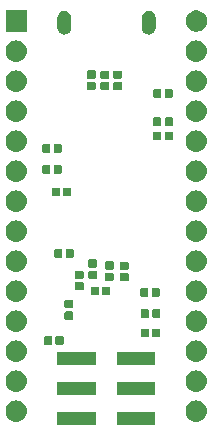
<source format=gbr>
G04 #@! TF.GenerationSoftware,KiCad,Pcbnew,5.0.1-33cea8e~66~ubuntu18.04.1*
G04 #@! TF.CreationDate,2018-10-18T22:19:59+02:00*
G04 #@! TF.ProjectId,Tiny-up5k,54696E792D7570356B2E6B696361645F,rev?*
G04 #@! TF.SameCoordinates,Original*
G04 #@! TF.FileFunction,Soldermask,Bot*
G04 #@! TF.FilePolarity,Negative*
%FSLAX46Y46*%
G04 Gerber Fmt 4.6, Leading zero omitted, Abs format (unit mm)*
G04 Created by KiCad (PCBNEW 5.0.1-33cea8e~66~ubuntu18.04.1) date do 18 okt 2018 22:19:59 CEST*
%MOMM*%
%LPD*%
G01*
G04 APERTURE LIST*
%ADD10C,0.100000*%
G04 APERTURE END LIST*
D10*
G36*
X155295000Y-131995000D02*
X152045000Y-131995000D01*
X152045000Y-130895000D01*
X155295000Y-130895000D01*
X155295000Y-131995000D01*
X155295000Y-131995000D01*
G37*
G36*
X150245000Y-131995000D02*
X146995000Y-131995000D01*
X146995000Y-130895000D01*
X150245000Y-130895000D01*
X150245000Y-131995000D01*
X150245000Y-131995000D01*
G37*
G36*
X158932432Y-129932122D02*
X159102081Y-129983585D01*
X159258433Y-130067156D01*
X159395475Y-130179625D01*
X159507944Y-130316667D01*
X159591515Y-130473019D01*
X159642978Y-130642668D01*
X159660354Y-130819100D01*
X159642978Y-130995532D01*
X159591515Y-131165181D01*
X159507944Y-131321533D01*
X159395475Y-131458575D01*
X159258433Y-131571044D01*
X159102081Y-131654615D01*
X158932432Y-131706078D01*
X158800211Y-131719100D01*
X158711789Y-131719100D01*
X158579568Y-131706078D01*
X158409919Y-131654615D01*
X158253567Y-131571044D01*
X158116525Y-131458575D01*
X158004056Y-131321533D01*
X157920485Y-131165181D01*
X157869022Y-130995532D01*
X157851646Y-130819100D01*
X157869022Y-130642668D01*
X157920485Y-130473019D01*
X158004056Y-130316667D01*
X158116525Y-130179625D01*
X158253567Y-130067156D01*
X158409919Y-129983585D01*
X158579568Y-129932122D01*
X158711789Y-129919100D01*
X158800211Y-129919100D01*
X158932432Y-129932122D01*
X158932432Y-129932122D01*
G37*
G36*
X143692432Y-129932122D02*
X143862081Y-129983585D01*
X144018433Y-130067156D01*
X144155475Y-130179625D01*
X144267944Y-130316667D01*
X144351515Y-130473019D01*
X144402978Y-130642668D01*
X144420354Y-130819100D01*
X144402978Y-130995532D01*
X144351515Y-131165181D01*
X144267944Y-131321533D01*
X144155475Y-131458575D01*
X144018433Y-131571044D01*
X143862081Y-131654615D01*
X143692432Y-131706078D01*
X143560211Y-131719100D01*
X143471789Y-131719100D01*
X143339568Y-131706078D01*
X143169919Y-131654615D01*
X143013567Y-131571044D01*
X142876525Y-131458575D01*
X142764056Y-131321533D01*
X142680485Y-131165181D01*
X142629022Y-130995532D01*
X142611646Y-130819100D01*
X142629022Y-130642668D01*
X142680485Y-130473019D01*
X142764056Y-130316667D01*
X142876525Y-130179625D01*
X143013567Y-130067156D01*
X143169919Y-129983585D01*
X143339568Y-129932122D01*
X143471789Y-129919100D01*
X143560211Y-129919100D01*
X143692432Y-129932122D01*
X143692432Y-129932122D01*
G37*
G36*
X155295000Y-129455000D02*
X152045000Y-129455000D01*
X152045000Y-128355000D01*
X155295000Y-128355000D01*
X155295000Y-129455000D01*
X155295000Y-129455000D01*
G37*
G36*
X150245000Y-129455000D02*
X146995000Y-129455000D01*
X146995000Y-128355000D01*
X150245000Y-128355000D01*
X150245000Y-129455000D01*
X150245000Y-129455000D01*
G37*
G36*
X158932432Y-127392122D02*
X159102081Y-127443585D01*
X159258433Y-127527156D01*
X159395475Y-127639625D01*
X159507944Y-127776667D01*
X159591515Y-127933019D01*
X159642978Y-128102668D01*
X159660354Y-128279100D01*
X159642978Y-128455532D01*
X159591515Y-128625181D01*
X159507944Y-128781533D01*
X159395475Y-128918575D01*
X159258433Y-129031044D01*
X159102081Y-129114615D01*
X158932432Y-129166078D01*
X158800211Y-129179100D01*
X158711789Y-129179100D01*
X158579568Y-129166078D01*
X158409919Y-129114615D01*
X158253567Y-129031044D01*
X158116525Y-128918575D01*
X158004056Y-128781533D01*
X157920485Y-128625181D01*
X157869022Y-128455532D01*
X157851646Y-128279100D01*
X157869022Y-128102668D01*
X157920485Y-127933019D01*
X158004056Y-127776667D01*
X158116525Y-127639625D01*
X158253567Y-127527156D01*
X158409919Y-127443585D01*
X158579568Y-127392122D01*
X158711789Y-127379100D01*
X158800211Y-127379100D01*
X158932432Y-127392122D01*
X158932432Y-127392122D01*
G37*
G36*
X143692432Y-127392122D02*
X143862081Y-127443585D01*
X144018433Y-127527156D01*
X144155475Y-127639625D01*
X144267944Y-127776667D01*
X144351515Y-127933019D01*
X144402978Y-128102668D01*
X144420354Y-128279100D01*
X144402978Y-128455532D01*
X144351515Y-128625181D01*
X144267944Y-128781533D01*
X144155475Y-128918575D01*
X144018433Y-129031044D01*
X143862081Y-129114615D01*
X143692432Y-129166078D01*
X143560211Y-129179100D01*
X143471789Y-129179100D01*
X143339568Y-129166078D01*
X143169919Y-129114615D01*
X143013567Y-129031044D01*
X142876525Y-128918575D01*
X142764056Y-128781533D01*
X142680485Y-128625181D01*
X142629022Y-128455532D01*
X142611646Y-128279100D01*
X142629022Y-128102668D01*
X142680485Y-127933019D01*
X142764056Y-127776667D01*
X142876525Y-127639625D01*
X143013567Y-127527156D01*
X143169919Y-127443585D01*
X143339568Y-127392122D01*
X143471789Y-127379100D01*
X143560211Y-127379100D01*
X143692432Y-127392122D01*
X143692432Y-127392122D01*
G37*
G36*
X155295000Y-126915000D02*
X152045000Y-126915000D01*
X152045000Y-125815000D01*
X155295000Y-125815000D01*
X155295000Y-126915000D01*
X155295000Y-126915000D01*
G37*
G36*
X150245000Y-126915000D02*
X146995000Y-126915000D01*
X146995000Y-125815000D01*
X150245000Y-125815000D01*
X150245000Y-126915000D01*
X150245000Y-126915000D01*
G37*
G36*
X143692432Y-124852122D02*
X143862081Y-124903585D01*
X144018433Y-124987156D01*
X144155475Y-125099625D01*
X144267944Y-125236667D01*
X144351515Y-125393019D01*
X144402978Y-125562668D01*
X144420354Y-125739100D01*
X144402978Y-125915532D01*
X144351515Y-126085181D01*
X144267944Y-126241533D01*
X144155475Y-126378575D01*
X144018433Y-126491044D01*
X143862081Y-126574615D01*
X143692432Y-126626078D01*
X143560211Y-126639100D01*
X143471789Y-126639100D01*
X143339568Y-126626078D01*
X143169919Y-126574615D01*
X143013567Y-126491044D01*
X142876525Y-126378575D01*
X142764056Y-126241533D01*
X142680485Y-126085181D01*
X142629022Y-125915532D01*
X142611646Y-125739100D01*
X142629022Y-125562668D01*
X142680485Y-125393019D01*
X142764056Y-125236667D01*
X142876525Y-125099625D01*
X143013567Y-124987156D01*
X143169919Y-124903585D01*
X143339568Y-124852122D01*
X143471789Y-124839100D01*
X143560211Y-124839100D01*
X143692432Y-124852122D01*
X143692432Y-124852122D01*
G37*
G36*
X158932432Y-124852122D02*
X159102081Y-124903585D01*
X159258433Y-124987156D01*
X159395475Y-125099625D01*
X159507944Y-125236667D01*
X159591515Y-125393019D01*
X159642978Y-125562668D01*
X159660354Y-125739100D01*
X159642978Y-125915532D01*
X159591515Y-126085181D01*
X159507944Y-126241533D01*
X159395475Y-126378575D01*
X159258433Y-126491044D01*
X159102081Y-126574615D01*
X158932432Y-126626078D01*
X158800211Y-126639100D01*
X158711789Y-126639100D01*
X158579568Y-126626078D01*
X158409919Y-126574615D01*
X158253567Y-126491044D01*
X158116525Y-126378575D01*
X158004056Y-126241533D01*
X157920485Y-126085181D01*
X157869022Y-125915532D01*
X157851646Y-125739100D01*
X157869022Y-125562668D01*
X157920485Y-125393019D01*
X158004056Y-125236667D01*
X158116525Y-125099625D01*
X158253567Y-124987156D01*
X158409919Y-124903585D01*
X158579568Y-124852122D01*
X158711789Y-124839100D01*
X158800211Y-124839100D01*
X158932432Y-124852122D01*
X158932432Y-124852122D01*
G37*
G36*
X147426340Y-124473706D02*
X147446866Y-124479933D01*
X147465773Y-124490039D01*
X147482354Y-124503646D01*
X147495961Y-124520227D01*
X147506067Y-124539134D01*
X147512294Y-124559660D01*
X147515000Y-124587138D01*
X147515000Y-125094862D01*
X147512294Y-125122340D01*
X147506067Y-125142866D01*
X147495961Y-125161773D01*
X147482354Y-125178354D01*
X147465773Y-125191961D01*
X147446866Y-125202067D01*
X147426340Y-125208294D01*
X147398862Y-125211000D01*
X146941138Y-125211000D01*
X146913660Y-125208294D01*
X146893134Y-125202067D01*
X146874227Y-125191961D01*
X146857646Y-125178354D01*
X146844039Y-125161773D01*
X146833933Y-125142866D01*
X146827706Y-125122340D01*
X146825000Y-125094862D01*
X146825000Y-124587138D01*
X146827706Y-124559660D01*
X146833933Y-124539134D01*
X146844039Y-124520227D01*
X146857646Y-124503646D01*
X146874227Y-124490039D01*
X146893134Y-124479933D01*
X146913660Y-124473706D01*
X146941138Y-124471000D01*
X147398862Y-124471000D01*
X147426340Y-124473706D01*
X147426340Y-124473706D01*
G37*
G36*
X146456340Y-124473706D02*
X146476866Y-124479933D01*
X146495773Y-124490039D01*
X146512354Y-124503646D01*
X146525961Y-124520227D01*
X146536067Y-124539134D01*
X146542294Y-124559660D01*
X146545000Y-124587138D01*
X146545000Y-125094862D01*
X146542294Y-125122340D01*
X146536067Y-125142866D01*
X146525961Y-125161773D01*
X146512354Y-125178354D01*
X146495773Y-125191961D01*
X146476866Y-125202067D01*
X146456340Y-125208294D01*
X146428862Y-125211000D01*
X145971138Y-125211000D01*
X145943660Y-125208294D01*
X145923134Y-125202067D01*
X145904227Y-125191961D01*
X145887646Y-125178354D01*
X145874039Y-125161773D01*
X145863933Y-125142866D01*
X145857706Y-125122340D01*
X145855000Y-125094862D01*
X145855000Y-124587138D01*
X145857706Y-124559660D01*
X145863933Y-124539134D01*
X145874039Y-124520227D01*
X145887646Y-124503646D01*
X145904227Y-124490039D01*
X145923134Y-124479933D01*
X145943660Y-124473706D01*
X145971138Y-124471000D01*
X146428862Y-124471000D01*
X146456340Y-124473706D01*
X146456340Y-124473706D01*
G37*
G36*
X155623340Y-123838706D02*
X155643866Y-123844933D01*
X155662773Y-123855039D01*
X155679354Y-123868646D01*
X155692961Y-123885227D01*
X155703067Y-123904134D01*
X155709294Y-123924660D01*
X155712000Y-123952138D01*
X155712000Y-124459862D01*
X155709294Y-124487340D01*
X155703067Y-124507866D01*
X155692961Y-124526773D01*
X155679354Y-124543354D01*
X155662773Y-124556961D01*
X155643866Y-124567067D01*
X155623340Y-124573294D01*
X155595862Y-124576000D01*
X155138138Y-124576000D01*
X155110660Y-124573294D01*
X155090134Y-124567067D01*
X155071227Y-124556961D01*
X155054646Y-124543354D01*
X155041039Y-124526773D01*
X155030933Y-124507866D01*
X155024706Y-124487340D01*
X155022000Y-124459862D01*
X155022000Y-123952138D01*
X155024706Y-123924660D01*
X155030933Y-123904134D01*
X155041039Y-123885227D01*
X155054646Y-123868646D01*
X155071227Y-123855039D01*
X155090134Y-123844933D01*
X155110660Y-123838706D01*
X155138138Y-123836000D01*
X155595862Y-123836000D01*
X155623340Y-123838706D01*
X155623340Y-123838706D01*
G37*
G36*
X154653340Y-123838706D02*
X154673866Y-123844933D01*
X154692773Y-123855039D01*
X154709354Y-123868646D01*
X154722961Y-123885227D01*
X154733067Y-123904134D01*
X154739294Y-123924660D01*
X154742000Y-123952138D01*
X154742000Y-124459862D01*
X154739294Y-124487340D01*
X154733067Y-124507866D01*
X154722961Y-124526773D01*
X154709354Y-124543354D01*
X154692773Y-124556961D01*
X154673866Y-124567067D01*
X154653340Y-124573294D01*
X154625862Y-124576000D01*
X154168138Y-124576000D01*
X154140660Y-124573294D01*
X154120134Y-124567067D01*
X154101227Y-124556961D01*
X154084646Y-124543354D01*
X154071039Y-124526773D01*
X154060933Y-124507866D01*
X154054706Y-124487340D01*
X154052000Y-124459862D01*
X154052000Y-123952138D01*
X154054706Y-123924660D01*
X154060933Y-123904134D01*
X154071039Y-123885227D01*
X154084646Y-123868646D01*
X154101227Y-123855039D01*
X154120134Y-123844933D01*
X154140660Y-123838706D01*
X154168138Y-123836000D01*
X154625862Y-123836000D01*
X154653340Y-123838706D01*
X154653340Y-123838706D01*
G37*
G36*
X158932432Y-122312122D02*
X159102081Y-122363585D01*
X159258433Y-122447156D01*
X159395475Y-122559625D01*
X159507944Y-122696667D01*
X159591515Y-122853019D01*
X159642978Y-123022668D01*
X159660354Y-123199100D01*
X159642978Y-123375532D01*
X159591515Y-123545181D01*
X159507944Y-123701533D01*
X159395475Y-123838575D01*
X159258433Y-123951044D01*
X159102081Y-124034615D01*
X158932432Y-124086078D01*
X158800211Y-124099100D01*
X158711789Y-124099100D01*
X158579568Y-124086078D01*
X158409919Y-124034615D01*
X158253567Y-123951044D01*
X158116525Y-123838575D01*
X158004056Y-123701533D01*
X157920485Y-123545181D01*
X157869022Y-123375532D01*
X157851646Y-123199100D01*
X157869022Y-123022668D01*
X157920485Y-122853019D01*
X158004056Y-122696667D01*
X158116525Y-122559625D01*
X158253567Y-122447156D01*
X158409919Y-122363585D01*
X158579568Y-122312122D01*
X158711789Y-122299100D01*
X158800211Y-122299100D01*
X158932432Y-122312122D01*
X158932432Y-122312122D01*
G37*
G36*
X143692432Y-122312122D02*
X143862081Y-122363585D01*
X144018433Y-122447156D01*
X144155475Y-122559625D01*
X144267944Y-122696667D01*
X144351515Y-122853019D01*
X144402978Y-123022668D01*
X144420354Y-123199100D01*
X144402978Y-123375532D01*
X144351515Y-123545181D01*
X144267944Y-123701533D01*
X144155475Y-123838575D01*
X144018433Y-123951044D01*
X143862081Y-124034615D01*
X143692432Y-124086078D01*
X143560211Y-124099100D01*
X143471789Y-124099100D01*
X143339568Y-124086078D01*
X143169919Y-124034615D01*
X143013567Y-123951044D01*
X142876525Y-123838575D01*
X142764056Y-123701533D01*
X142680485Y-123545181D01*
X142629022Y-123375532D01*
X142611646Y-123199100D01*
X142629022Y-123022668D01*
X142680485Y-122853019D01*
X142764056Y-122696667D01*
X142876525Y-122559625D01*
X143013567Y-122447156D01*
X143169919Y-122363585D01*
X143339568Y-122312122D01*
X143471789Y-122299100D01*
X143560211Y-122299100D01*
X143692432Y-122312122D01*
X143692432Y-122312122D01*
G37*
G36*
X148236340Y-122385706D02*
X148256866Y-122391933D01*
X148275773Y-122402039D01*
X148292354Y-122415646D01*
X148305961Y-122432227D01*
X148316067Y-122451134D01*
X148322294Y-122471660D01*
X148325000Y-122499138D01*
X148325000Y-122956862D01*
X148322294Y-122984340D01*
X148316067Y-123004866D01*
X148305961Y-123023773D01*
X148292354Y-123040354D01*
X148275773Y-123053961D01*
X148256866Y-123064067D01*
X148236340Y-123070294D01*
X148208862Y-123073000D01*
X147701138Y-123073000D01*
X147673660Y-123070294D01*
X147653134Y-123064067D01*
X147634227Y-123053961D01*
X147617646Y-123040354D01*
X147604039Y-123023773D01*
X147593933Y-123004866D01*
X147587706Y-122984340D01*
X147585000Y-122956862D01*
X147585000Y-122499138D01*
X147587706Y-122471660D01*
X147593933Y-122451134D01*
X147604039Y-122432227D01*
X147617646Y-122415646D01*
X147634227Y-122402039D01*
X147653134Y-122391933D01*
X147673660Y-122385706D01*
X147701138Y-122383000D01*
X148208862Y-122383000D01*
X148236340Y-122385706D01*
X148236340Y-122385706D01*
G37*
G36*
X154653340Y-122187706D02*
X154673866Y-122193933D01*
X154692773Y-122204039D01*
X154709354Y-122217646D01*
X154722961Y-122234227D01*
X154733067Y-122253134D01*
X154739294Y-122273660D01*
X154742000Y-122301138D01*
X154742000Y-122808862D01*
X154739294Y-122836340D01*
X154733067Y-122856866D01*
X154722961Y-122875773D01*
X154709354Y-122892354D01*
X154692773Y-122905961D01*
X154673866Y-122916067D01*
X154653340Y-122922294D01*
X154625862Y-122925000D01*
X154168138Y-122925000D01*
X154140660Y-122922294D01*
X154120134Y-122916067D01*
X154101227Y-122905961D01*
X154084646Y-122892354D01*
X154071039Y-122875773D01*
X154060933Y-122856866D01*
X154054706Y-122836340D01*
X154052000Y-122808862D01*
X154052000Y-122301138D01*
X154054706Y-122273660D01*
X154060933Y-122253134D01*
X154071039Y-122234227D01*
X154084646Y-122217646D01*
X154101227Y-122204039D01*
X154120134Y-122193933D01*
X154140660Y-122187706D01*
X154168138Y-122185000D01*
X154625862Y-122185000D01*
X154653340Y-122187706D01*
X154653340Y-122187706D01*
G37*
G36*
X155623340Y-122187706D02*
X155643866Y-122193933D01*
X155662773Y-122204039D01*
X155679354Y-122217646D01*
X155692961Y-122234227D01*
X155703067Y-122253134D01*
X155709294Y-122273660D01*
X155712000Y-122301138D01*
X155712000Y-122808862D01*
X155709294Y-122836340D01*
X155703067Y-122856866D01*
X155692961Y-122875773D01*
X155679354Y-122892354D01*
X155662773Y-122905961D01*
X155643866Y-122916067D01*
X155623340Y-122922294D01*
X155595862Y-122925000D01*
X155138138Y-122925000D01*
X155110660Y-122922294D01*
X155090134Y-122916067D01*
X155071227Y-122905961D01*
X155054646Y-122892354D01*
X155041039Y-122875773D01*
X155030933Y-122856866D01*
X155024706Y-122836340D01*
X155022000Y-122808862D01*
X155022000Y-122301138D01*
X155024706Y-122273660D01*
X155030933Y-122253134D01*
X155041039Y-122234227D01*
X155054646Y-122217646D01*
X155071227Y-122204039D01*
X155090134Y-122193933D01*
X155110660Y-122187706D01*
X155138138Y-122185000D01*
X155595862Y-122185000D01*
X155623340Y-122187706D01*
X155623340Y-122187706D01*
G37*
G36*
X148236340Y-121415706D02*
X148256866Y-121421933D01*
X148275773Y-121432039D01*
X148292354Y-121445646D01*
X148305961Y-121462227D01*
X148316067Y-121481134D01*
X148322294Y-121501660D01*
X148325000Y-121529138D01*
X148325000Y-121986862D01*
X148322294Y-122014340D01*
X148316067Y-122034866D01*
X148305961Y-122053773D01*
X148292354Y-122070354D01*
X148275773Y-122083961D01*
X148256866Y-122094067D01*
X148236340Y-122100294D01*
X148208862Y-122103000D01*
X147701138Y-122103000D01*
X147673660Y-122100294D01*
X147653134Y-122094067D01*
X147634227Y-122083961D01*
X147617646Y-122070354D01*
X147604039Y-122053773D01*
X147593933Y-122034866D01*
X147587706Y-122014340D01*
X147585000Y-121986862D01*
X147585000Y-121529138D01*
X147587706Y-121501660D01*
X147593933Y-121481134D01*
X147604039Y-121462227D01*
X147617646Y-121445646D01*
X147634227Y-121432039D01*
X147653134Y-121421933D01*
X147673660Y-121415706D01*
X147701138Y-121413000D01*
X148208862Y-121413000D01*
X148236340Y-121415706D01*
X148236340Y-121415706D01*
G37*
G36*
X158932432Y-119772122D02*
X159102081Y-119823585D01*
X159258433Y-119907156D01*
X159395475Y-120019625D01*
X159507944Y-120156667D01*
X159591515Y-120313019D01*
X159642978Y-120482668D01*
X159660354Y-120659100D01*
X159642978Y-120835532D01*
X159591515Y-121005181D01*
X159507944Y-121161533D01*
X159395475Y-121298575D01*
X159258433Y-121411044D01*
X159102081Y-121494615D01*
X158932432Y-121546078D01*
X158800211Y-121559100D01*
X158711789Y-121559100D01*
X158579568Y-121546078D01*
X158409919Y-121494615D01*
X158253567Y-121411044D01*
X158116525Y-121298575D01*
X158004056Y-121161533D01*
X157920485Y-121005181D01*
X157869022Y-120835532D01*
X157851646Y-120659100D01*
X157869022Y-120482668D01*
X157920485Y-120313019D01*
X158004056Y-120156667D01*
X158116525Y-120019625D01*
X158253567Y-119907156D01*
X158409919Y-119823585D01*
X158579568Y-119772122D01*
X158711789Y-119759100D01*
X158800211Y-119759100D01*
X158932432Y-119772122D01*
X158932432Y-119772122D01*
G37*
G36*
X143692432Y-119772122D02*
X143862081Y-119823585D01*
X144018433Y-119907156D01*
X144155475Y-120019625D01*
X144267944Y-120156667D01*
X144351515Y-120313019D01*
X144402978Y-120482668D01*
X144420354Y-120659100D01*
X144402978Y-120835532D01*
X144351515Y-121005181D01*
X144267944Y-121161533D01*
X144155475Y-121298575D01*
X144018433Y-121411044D01*
X143862081Y-121494615D01*
X143692432Y-121546078D01*
X143560211Y-121559100D01*
X143471789Y-121559100D01*
X143339568Y-121546078D01*
X143169919Y-121494615D01*
X143013567Y-121411044D01*
X142876525Y-121298575D01*
X142764056Y-121161533D01*
X142680485Y-121005181D01*
X142629022Y-120835532D01*
X142611646Y-120659100D01*
X142629022Y-120482668D01*
X142680485Y-120313019D01*
X142764056Y-120156667D01*
X142876525Y-120019625D01*
X143013567Y-119907156D01*
X143169919Y-119823585D01*
X143339568Y-119772122D01*
X143471789Y-119759100D01*
X143560211Y-119759100D01*
X143692432Y-119772122D01*
X143692432Y-119772122D01*
G37*
G36*
X155577340Y-120409706D02*
X155597866Y-120415933D01*
X155616773Y-120426039D01*
X155633354Y-120439646D01*
X155646961Y-120456227D01*
X155657067Y-120475134D01*
X155663294Y-120495660D01*
X155666000Y-120523138D01*
X155666000Y-121030862D01*
X155663294Y-121058340D01*
X155657067Y-121078866D01*
X155646961Y-121097773D01*
X155633354Y-121114354D01*
X155616773Y-121127961D01*
X155597866Y-121138067D01*
X155577340Y-121144294D01*
X155549862Y-121147000D01*
X155092138Y-121147000D01*
X155064660Y-121144294D01*
X155044134Y-121138067D01*
X155025227Y-121127961D01*
X155008646Y-121114354D01*
X154995039Y-121097773D01*
X154984933Y-121078866D01*
X154978706Y-121058340D01*
X154976000Y-121030862D01*
X154976000Y-120523138D01*
X154978706Y-120495660D01*
X154984933Y-120475134D01*
X154995039Y-120456227D01*
X155008646Y-120439646D01*
X155025227Y-120426039D01*
X155044134Y-120415933D01*
X155064660Y-120409706D01*
X155092138Y-120407000D01*
X155549862Y-120407000D01*
X155577340Y-120409706D01*
X155577340Y-120409706D01*
G37*
G36*
X154607340Y-120409706D02*
X154627866Y-120415933D01*
X154646773Y-120426039D01*
X154663354Y-120439646D01*
X154676961Y-120456227D01*
X154687067Y-120475134D01*
X154693294Y-120495660D01*
X154696000Y-120523138D01*
X154696000Y-121030862D01*
X154693294Y-121058340D01*
X154687067Y-121078866D01*
X154676961Y-121097773D01*
X154663354Y-121114354D01*
X154646773Y-121127961D01*
X154627866Y-121138067D01*
X154607340Y-121144294D01*
X154579862Y-121147000D01*
X154122138Y-121147000D01*
X154094660Y-121144294D01*
X154074134Y-121138067D01*
X154055227Y-121127961D01*
X154038646Y-121114354D01*
X154025039Y-121097773D01*
X154014933Y-121078866D01*
X154008706Y-121058340D01*
X154006000Y-121030862D01*
X154006000Y-120523138D01*
X154008706Y-120495660D01*
X154014933Y-120475134D01*
X154025039Y-120456227D01*
X154038646Y-120439646D01*
X154055227Y-120426039D01*
X154074134Y-120415933D01*
X154094660Y-120409706D01*
X154122138Y-120407000D01*
X154579862Y-120407000D01*
X154607340Y-120409706D01*
X154607340Y-120409706D01*
G37*
G36*
X151386340Y-120282706D02*
X151406866Y-120288933D01*
X151425773Y-120299039D01*
X151442354Y-120312646D01*
X151455961Y-120329227D01*
X151466067Y-120348134D01*
X151472294Y-120368660D01*
X151475000Y-120396138D01*
X151475000Y-120903862D01*
X151472294Y-120931340D01*
X151466067Y-120951866D01*
X151455961Y-120970773D01*
X151442354Y-120987354D01*
X151425773Y-121000961D01*
X151406866Y-121011067D01*
X151386340Y-121017294D01*
X151358862Y-121020000D01*
X150901138Y-121020000D01*
X150873660Y-121017294D01*
X150853134Y-121011067D01*
X150834227Y-121000961D01*
X150817646Y-120987354D01*
X150804039Y-120970773D01*
X150793933Y-120951866D01*
X150787706Y-120931340D01*
X150785000Y-120903862D01*
X150785000Y-120396138D01*
X150787706Y-120368660D01*
X150793933Y-120348134D01*
X150804039Y-120329227D01*
X150817646Y-120312646D01*
X150834227Y-120299039D01*
X150853134Y-120288933D01*
X150873660Y-120282706D01*
X150901138Y-120280000D01*
X151358862Y-120280000D01*
X151386340Y-120282706D01*
X151386340Y-120282706D01*
G37*
G36*
X150416340Y-120282706D02*
X150436866Y-120288933D01*
X150455773Y-120299039D01*
X150472354Y-120312646D01*
X150485961Y-120329227D01*
X150496067Y-120348134D01*
X150502294Y-120368660D01*
X150505000Y-120396138D01*
X150505000Y-120903862D01*
X150502294Y-120931340D01*
X150496067Y-120951866D01*
X150485961Y-120970773D01*
X150472354Y-120987354D01*
X150455773Y-121000961D01*
X150436866Y-121011067D01*
X150416340Y-121017294D01*
X150388862Y-121020000D01*
X149931138Y-121020000D01*
X149903660Y-121017294D01*
X149883134Y-121011067D01*
X149864227Y-121000961D01*
X149847646Y-120987354D01*
X149834039Y-120970773D01*
X149823933Y-120951866D01*
X149817706Y-120931340D01*
X149815000Y-120903862D01*
X149815000Y-120396138D01*
X149817706Y-120368660D01*
X149823933Y-120348134D01*
X149834039Y-120329227D01*
X149847646Y-120312646D01*
X149864227Y-120299039D01*
X149883134Y-120288933D01*
X149903660Y-120282706D01*
X149931138Y-120280000D01*
X150388862Y-120280000D01*
X150416340Y-120282706D01*
X150416340Y-120282706D01*
G37*
G36*
X149125340Y-119903706D02*
X149145866Y-119909933D01*
X149164773Y-119920039D01*
X149181354Y-119933646D01*
X149194961Y-119950227D01*
X149205067Y-119969134D01*
X149211294Y-119989660D01*
X149214000Y-120017138D01*
X149214000Y-120474862D01*
X149211294Y-120502340D01*
X149205067Y-120522866D01*
X149194961Y-120541773D01*
X149181354Y-120558354D01*
X149164773Y-120571961D01*
X149145866Y-120582067D01*
X149125340Y-120588294D01*
X149097862Y-120591000D01*
X148590138Y-120591000D01*
X148562660Y-120588294D01*
X148542134Y-120582067D01*
X148523227Y-120571961D01*
X148506646Y-120558354D01*
X148493039Y-120541773D01*
X148482933Y-120522866D01*
X148476706Y-120502340D01*
X148474000Y-120474862D01*
X148474000Y-120017138D01*
X148476706Y-119989660D01*
X148482933Y-119969134D01*
X148493039Y-119950227D01*
X148506646Y-119933646D01*
X148523227Y-119920039D01*
X148542134Y-119909933D01*
X148562660Y-119903706D01*
X148590138Y-119901000D01*
X149097862Y-119901000D01*
X149125340Y-119903706D01*
X149125340Y-119903706D01*
G37*
G36*
X152935340Y-119141706D02*
X152955866Y-119147933D01*
X152974773Y-119158039D01*
X152991354Y-119171646D01*
X153004961Y-119188227D01*
X153015067Y-119207134D01*
X153021294Y-119227660D01*
X153024000Y-119255138D01*
X153024000Y-119712862D01*
X153021294Y-119740340D01*
X153015067Y-119760866D01*
X153004961Y-119779773D01*
X152991354Y-119796354D01*
X152974773Y-119809961D01*
X152955866Y-119820067D01*
X152935340Y-119826294D01*
X152907862Y-119829000D01*
X152400138Y-119829000D01*
X152372660Y-119826294D01*
X152352134Y-119820067D01*
X152333227Y-119809961D01*
X152316646Y-119796354D01*
X152303039Y-119779773D01*
X152292933Y-119760866D01*
X152286706Y-119740340D01*
X152284000Y-119712862D01*
X152284000Y-119255138D01*
X152286706Y-119227660D01*
X152292933Y-119207134D01*
X152303039Y-119188227D01*
X152316646Y-119171646D01*
X152333227Y-119158039D01*
X152352134Y-119147933D01*
X152372660Y-119141706D01*
X152400138Y-119139000D01*
X152907862Y-119139000D01*
X152935340Y-119141706D01*
X152935340Y-119141706D01*
G37*
G36*
X151665340Y-119118706D02*
X151685866Y-119124933D01*
X151704773Y-119135039D01*
X151721354Y-119148646D01*
X151734961Y-119165227D01*
X151745067Y-119184134D01*
X151751294Y-119204660D01*
X151754000Y-119232138D01*
X151754000Y-119689862D01*
X151751294Y-119717340D01*
X151745067Y-119737866D01*
X151734961Y-119756773D01*
X151721354Y-119773354D01*
X151704773Y-119786961D01*
X151685866Y-119797067D01*
X151665340Y-119803294D01*
X151637862Y-119806000D01*
X151130138Y-119806000D01*
X151102660Y-119803294D01*
X151082134Y-119797067D01*
X151063227Y-119786961D01*
X151046646Y-119773354D01*
X151033039Y-119756773D01*
X151022933Y-119737866D01*
X151016706Y-119717340D01*
X151014000Y-119689862D01*
X151014000Y-119232138D01*
X151016706Y-119204660D01*
X151022933Y-119184134D01*
X151033039Y-119165227D01*
X151046646Y-119148646D01*
X151063227Y-119135039D01*
X151082134Y-119124933D01*
X151102660Y-119118706D01*
X151130138Y-119116000D01*
X151637862Y-119116000D01*
X151665340Y-119118706D01*
X151665340Y-119118706D01*
G37*
G36*
X150268340Y-118945706D02*
X150288866Y-118951933D01*
X150307773Y-118962039D01*
X150324354Y-118975646D01*
X150337961Y-118992227D01*
X150348067Y-119011134D01*
X150354294Y-119031660D01*
X150357000Y-119059138D01*
X150357000Y-119516862D01*
X150354294Y-119544340D01*
X150348067Y-119564866D01*
X150337961Y-119583773D01*
X150324354Y-119600354D01*
X150307773Y-119613961D01*
X150288866Y-119624067D01*
X150268340Y-119630294D01*
X150240862Y-119633000D01*
X149733138Y-119633000D01*
X149705660Y-119630294D01*
X149685134Y-119624067D01*
X149666227Y-119613961D01*
X149649646Y-119600354D01*
X149636039Y-119583773D01*
X149625933Y-119564866D01*
X149619706Y-119544340D01*
X149617000Y-119516862D01*
X149617000Y-119059138D01*
X149619706Y-119031660D01*
X149625933Y-119011134D01*
X149636039Y-118992227D01*
X149649646Y-118975646D01*
X149666227Y-118962039D01*
X149685134Y-118951933D01*
X149705660Y-118945706D01*
X149733138Y-118943000D01*
X150240862Y-118943000D01*
X150268340Y-118945706D01*
X150268340Y-118945706D01*
G37*
G36*
X149125340Y-118933706D02*
X149145866Y-118939933D01*
X149164773Y-118950039D01*
X149181354Y-118963646D01*
X149194961Y-118980227D01*
X149205067Y-118999134D01*
X149211294Y-119019660D01*
X149214000Y-119047138D01*
X149214000Y-119504862D01*
X149211294Y-119532340D01*
X149205067Y-119552866D01*
X149194961Y-119571773D01*
X149181354Y-119588354D01*
X149164773Y-119601961D01*
X149145866Y-119612067D01*
X149125340Y-119618294D01*
X149097862Y-119621000D01*
X148590138Y-119621000D01*
X148562660Y-119618294D01*
X148542134Y-119612067D01*
X148523227Y-119601961D01*
X148506646Y-119588354D01*
X148493039Y-119571773D01*
X148482933Y-119552866D01*
X148476706Y-119532340D01*
X148474000Y-119504862D01*
X148474000Y-119047138D01*
X148476706Y-119019660D01*
X148482933Y-118999134D01*
X148493039Y-118980227D01*
X148506646Y-118963646D01*
X148523227Y-118950039D01*
X148542134Y-118939933D01*
X148562660Y-118933706D01*
X148590138Y-118931000D01*
X149097862Y-118931000D01*
X149125340Y-118933706D01*
X149125340Y-118933706D01*
G37*
G36*
X158932432Y-117232122D02*
X159102081Y-117283585D01*
X159258433Y-117367156D01*
X159395475Y-117479625D01*
X159507944Y-117616667D01*
X159591515Y-117773019D01*
X159642978Y-117942668D01*
X159660354Y-118119100D01*
X159642978Y-118295532D01*
X159591515Y-118465181D01*
X159507944Y-118621533D01*
X159395475Y-118758575D01*
X159258433Y-118871044D01*
X159102081Y-118954615D01*
X158932432Y-119006078D01*
X158800211Y-119019100D01*
X158711789Y-119019100D01*
X158579568Y-119006078D01*
X158409919Y-118954615D01*
X158253567Y-118871044D01*
X158116525Y-118758575D01*
X158004056Y-118621533D01*
X157920485Y-118465181D01*
X157869022Y-118295532D01*
X157851646Y-118119100D01*
X157869022Y-117942668D01*
X157920485Y-117773019D01*
X158004056Y-117616667D01*
X158116525Y-117479625D01*
X158253567Y-117367156D01*
X158409919Y-117283585D01*
X158579568Y-117232122D01*
X158711789Y-117219100D01*
X158800211Y-117219100D01*
X158932432Y-117232122D01*
X158932432Y-117232122D01*
G37*
G36*
X143692432Y-117232122D02*
X143862081Y-117283585D01*
X144018433Y-117367156D01*
X144155475Y-117479625D01*
X144267944Y-117616667D01*
X144351515Y-117773019D01*
X144402978Y-117942668D01*
X144420354Y-118119100D01*
X144402978Y-118295532D01*
X144351515Y-118465181D01*
X144267944Y-118621533D01*
X144155475Y-118758575D01*
X144018433Y-118871044D01*
X143862081Y-118954615D01*
X143692432Y-119006078D01*
X143560211Y-119019100D01*
X143471789Y-119019100D01*
X143339568Y-119006078D01*
X143169919Y-118954615D01*
X143013567Y-118871044D01*
X142876525Y-118758575D01*
X142764056Y-118621533D01*
X142680485Y-118465181D01*
X142629022Y-118295532D01*
X142611646Y-118119100D01*
X142629022Y-117942668D01*
X142680485Y-117773019D01*
X142764056Y-117616667D01*
X142876525Y-117479625D01*
X143013567Y-117367156D01*
X143169919Y-117283585D01*
X143339568Y-117232122D01*
X143471789Y-117219100D01*
X143560211Y-117219100D01*
X143692432Y-117232122D01*
X143692432Y-117232122D01*
G37*
G36*
X152935340Y-118171706D02*
X152955866Y-118177933D01*
X152974773Y-118188039D01*
X152991354Y-118201646D01*
X153004961Y-118218227D01*
X153015067Y-118237134D01*
X153021294Y-118257660D01*
X153024000Y-118285138D01*
X153024000Y-118742862D01*
X153021294Y-118770340D01*
X153015067Y-118790866D01*
X153004961Y-118809773D01*
X152991354Y-118826354D01*
X152974773Y-118839961D01*
X152955866Y-118850067D01*
X152935340Y-118856294D01*
X152907862Y-118859000D01*
X152400138Y-118859000D01*
X152372660Y-118856294D01*
X152352134Y-118850067D01*
X152333227Y-118839961D01*
X152316646Y-118826354D01*
X152303039Y-118809773D01*
X152292933Y-118790866D01*
X152286706Y-118770340D01*
X152284000Y-118742862D01*
X152284000Y-118285138D01*
X152286706Y-118257660D01*
X152292933Y-118237134D01*
X152303039Y-118218227D01*
X152316646Y-118201646D01*
X152333227Y-118188039D01*
X152352134Y-118177933D01*
X152372660Y-118171706D01*
X152400138Y-118169000D01*
X152907862Y-118169000D01*
X152935340Y-118171706D01*
X152935340Y-118171706D01*
G37*
G36*
X151665340Y-118148706D02*
X151685866Y-118154933D01*
X151704773Y-118165039D01*
X151721354Y-118178646D01*
X151734961Y-118195227D01*
X151745067Y-118214134D01*
X151751294Y-118234660D01*
X151754000Y-118262138D01*
X151754000Y-118719862D01*
X151751294Y-118747340D01*
X151745067Y-118767866D01*
X151734961Y-118786773D01*
X151721354Y-118803354D01*
X151704773Y-118816961D01*
X151685866Y-118827067D01*
X151665340Y-118833294D01*
X151637862Y-118836000D01*
X151130138Y-118836000D01*
X151102660Y-118833294D01*
X151082134Y-118827067D01*
X151063227Y-118816961D01*
X151046646Y-118803354D01*
X151033039Y-118786773D01*
X151022933Y-118767866D01*
X151016706Y-118747340D01*
X151014000Y-118719862D01*
X151014000Y-118262138D01*
X151016706Y-118234660D01*
X151022933Y-118214134D01*
X151033039Y-118195227D01*
X151046646Y-118178646D01*
X151063227Y-118165039D01*
X151082134Y-118154933D01*
X151102660Y-118148706D01*
X151130138Y-118146000D01*
X151637862Y-118146000D01*
X151665340Y-118148706D01*
X151665340Y-118148706D01*
G37*
G36*
X150268340Y-117975706D02*
X150288866Y-117981933D01*
X150307773Y-117992039D01*
X150324354Y-118005646D01*
X150337961Y-118022227D01*
X150348067Y-118041134D01*
X150354294Y-118061660D01*
X150357000Y-118089138D01*
X150357000Y-118546862D01*
X150354294Y-118574340D01*
X150348067Y-118594866D01*
X150337961Y-118613773D01*
X150324354Y-118630354D01*
X150307773Y-118643961D01*
X150288866Y-118654067D01*
X150268340Y-118660294D01*
X150240862Y-118663000D01*
X149733138Y-118663000D01*
X149705660Y-118660294D01*
X149685134Y-118654067D01*
X149666227Y-118643961D01*
X149649646Y-118630354D01*
X149636039Y-118613773D01*
X149625933Y-118594866D01*
X149619706Y-118574340D01*
X149617000Y-118546862D01*
X149617000Y-118089138D01*
X149619706Y-118061660D01*
X149625933Y-118041134D01*
X149636039Y-118022227D01*
X149649646Y-118005646D01*
X149666227Y-117992039D01*
X149685134Y-117981933D01*
X149705660Y-117975706D01*
X149733138Y-117973000D01*
X150240862Y-117973000D01*
X150268340Y-117975706D01*
X150268340Y-117975706D01*
G37*
G36*
X148292340Y-117107706D02*
X148312866Y-117113933D01*
X148331773Y-117124039D01*
X148348354Y-117137646D01*
X148361961Y-117154227D01*
X148372067Y-117173134D01*
X148378294Y-117193660D01*
X148381000Y-117221138D01*
X148381000Y-117728862D01*
X148378294Y-117756340D01*
X148372067Y-117776866D01*
X148361961Y-117795773D01*
X148348354Y-117812354D01*
X148331773Y-117825961D01*
X148312866Y-117836067D01*
X148292340Y-117842294D01*
X148264862Y-117845000D01*
X147807138Y-117845000D01*
X147779660Y-117842294D01*
X147759134Y-117836067D01*
X147740227Y-117825961D01*
X147723646Y-117812354D01*
X147710039Y-117795773D01*
X147699933Y-117776866D01*
X147693706Y-117756340D01*
X147691000Y-117728862D01*
X147691000Y-117221138D01*
X147693706Y-117193660D01*
X147699933Y-117173134D01*
X147710039Y-117154227D01*
X147723646Y-117137646D01*
X147740227Y-117124039D01*
X147759134Y-117113933D01*
X147779660Y-117107706D01*
X147807138Y-117105000D01*
X148264862Y-117105000D01*
X148292340Y-117107706D01*
X148292340Y-117107706D01*
G37*
G36*
X147322340Y-117107706D02*
X147342866Y-117113933D01*
X147361773Y-117124039D01*
X147378354Y-117137646D01*
X147391961Y-117154227D01*
X147402067Y-117173134D01*
X147408294Y-117193660D01*
X147411000Y-117221138D01*
X147411000Y-117728862D01*
X147408294Y-117756340D01*
X147402067Y-117776866D01*
X147391961Y-117795773D01*
X147378354Y-117812354D01*
X147361773Y-117825961D01*
X147342866Y-117836067D01*
X147322340Y-117842294D01*
X147294862Y-117845000D01*
X146837138Y-117845000D01*
X146809660Y-117842294D01*
X146789134Y-117836067D01*
X146770227Y-117825961D01*
X146753646Y-117812354D01*
X146740039Y-117795773D01*
X146729933Y-117776866D01*
X146723706Y-117756340D01*
X146721000Y-117728862D01*
X146721000Y-117221138D01*
X146723706Y-117193660D01*
X146729933Y-117173134D01*
X146740039Y-117154227D01*
X146753646Y-117137646D01*
X146770227Y-117124039D01*
X146789134Y-117113933D01*
X146809660Y-117107706D01*
X146837138Y-117105000D01*
X147294862Y-117105000D01*
X147322340Y-117107706D01*
X147322340Y-117107706D01*
G37*
G36*
X158932432Y-114692122D02*
X159102081Y-114743585D01*
X159258433Y-114827156D01*
X159395475Y-114939625D01*
X159507944Y-115076667D01*
X159591515Y-115233019D01*
X159642978Y-115402668D01*
X159660354Y-115579100D01*
X159642978Y-115755532D01*
X159591515Y-115925181D01*
X159507944Y-116081533D01*
X159395475Y-116218575D01*
X159258433Y-116331044D01*
X159102081Y-116414615D01*
X158932432Y-116466078D01*
X158800211Y-116479100D01*
X158711789Y-116479100D01*
X158579568Y-116466078D01*
X158409919Y-116414615D01*
X158253567Y-116331044D01*
X158116525Y-116218575D01*
X158004056Y-116081533D01*
X157920485Y-115925181D01*
X157869022Y-115755532D01*
X157851646Y-115579100D01*
X157869022Y-115402668D01*
X157920485Y-115233019D01*
X158004056Y-115076667D01*
X158116525Y-114939625D01*
X158253567Y-114827156D01*
X158409919Y-114743585D01*
X158579568Y-114692122D01*
X158711789Y-114679100D01*
X158800211Y-114679100D01*
X158932432Y-114692122D01*
X158932432Y-114692122D01*
G37*
G36*
X143692432Y-114692122D02*
X143862081Y-114743585D01*
X144018433Y-114827156D01*
X144155475Y-114939625D01*
X144267944Y-115076667D01*
X144351515Y-115233019D01*
X144402978Y-115402668D01*
X144420354Y-115579100D01*
X144402978Y-115755532D01*
X144351515Y-115925181D01*
X144267944Y-116081533D01*
X144155475Y-116218575D01*
X144018433Y-116331044D01*
X143862081Y-116414615D01*
X143692432Y-116466078D01*
X143560211Y-116479100D01*
X143471789Y-116479100D01*
X143339568Y-116466078D01*
X143169919Y-116414615D01*
X143013567Y-116331044D01*
X142876525Y-116218575D01*
X142764056Y-116081533D01*
X142680485Y-115925181D01*
X142629022Y-115755532D01*
X142611646Y-115579100D01*
X142629022Y-115402668D01*
X142680485Y-115233019D01*
X142764056Y-115076667D01*
X142876525Y-114939625D01*
X143013567Y-114827156D01*
X143169919Y-114743585D01*
X143339568Y-114692122D01*
X143471789Y-114679100D01*
X143560211Y-114679100D01*
X143692432Y-114692122D01*
X143692432Y-114692122D01*
G37*
G36*
X158932432Y-112152122D02*
X159102081Y-112203585D01*
X159258433Y-112287156D01*
X159395475Y-112399625D01*
X159507944Y-112536667D01*
X159591515Y-112693019D01*
X159642978Y-112862668D01*
X159660354Y-113039100D01*
X159642978Y-113215532D01*
X159591515Y-113385181D01*
X159507944Y-113541533D01*
X159395475Y-113678575D01*
X159258433Y-113791044D01*
X159102081Y-113874615D01*
X158932432Y-113926078D01*
X158800211Y-113939100D01*
X158711789Y-113939100D01*
X158579568Y-113926078D01*
X158409919Y-113874615D01*
X158253567Y-113791044D01*
X158116525Y-113678575D01*
X158004056Y-113541533D01*
X157920485Y-113385181D01*
X157869022Y-113215532D01*
X157851646Y-113039100D01*
X157869022Y-112862668D01*
X157920485Y-112693019D01*
X158004056Y-112536667D01*
X158116525Y-112399625D01*
X158253567Y-112287156D01*
X158409919Y-112203585D01*
X158579568Y-112152122D01*
X158711789Y-112139100D01*
X158800211Y-112139100D01*
X158932432Y-112152122D01*
X158932432Y-112152122D01*
G37*
G36*
X143692432Y-112152122D02*
X143862081Y-112203585D01*
X144018433Y-112287156D01*
X144155475Y-112399625D01*
X144267944Y-112536667D01*
X144351515Y-112693019D01*
X144402978Y-112862668D01*
X144420354Y-113039100D01*
X144402978Y-113215532D01*
X144351515Y-113385181D01*
X144267944Y-113541533D01*
X144155475Y-113678575D01*
X144018433Y-113791044D01*
X143862081Y-113874615D01*
X143692432Y-113926078D01*
X143560211Y-113939100D01*
X143471789Y-113939100D01*
X143339568Y-113926078D01*
X143169919Y-113874615D01*
X143013567Y-113791044D01*
X142876525Y-113678575D01*
X142764056Y-113541533D01*
X142680485Y-113385181D01*
X142629022Y-113215532D01*
X142611646Y-113039100D01*
X142629022Y-112862668D01*
X142680485Y-112693019D01*
X142764056Y-112536667D01*
X142876525Y-112399625D01*
X143013567Y-112287156D01*
X143169919Y-112203585D01*
X143339568Y-112152122D01*
X143471789Y-112139100D01*
X143560211Y-112139100D01*
X143692432Y-112152122D01*
X143692432Y-112152122D01*
G37*
G36*
X147114340Y-111900706D02*
X147134866Y-111906933D01*
X147153773Y-111917039D01*
X147170354Y-111930646D01*
X147183961Y-111947227D01*
X147194067Y-111966134D01*
X147200294Y-111986660D01*
X147203000Y-112014138D01*
X147203000Y-112521862D01*
X147200294Y-112549340D01*
X147194067Y-112569866D01*
X147183961Y-112588773D01*
X147170354Y-112605354D01*
X147153773Y-112618961D01*
X147134866Y-112629067D01*
X147114340Y-112635294D01*
X147086862Y-112638000D01*
X146629138Y-112638000D01*
X146601660Y-112635294D01*
X146581134Y-112629067D01*
X146562227Y-112618961D01*
X146545646Y-112605354D01*
X146532039Y-112588773D01*
X146521933Y-112569866D01*
X146515706Y-112549340D01*
X146513000Y-112521862D01*
X146513000Y-112014138D01*
X146515706Y-111986660D01*
X146521933Y-111966134D01*
X146532039Y-111947227D01*
X146545646Y-111930646D01*
X146562227Y-111917039D01*
X146581134Y-111906933D01*
X146601660Y-111900706D01*
X146629138Y-111898000D01*
X147086862Y-111898000D01*
X147114340Y-111900706D01*
X147114340Y-111900706D01*
G37*
G36*
X148084340Y-111900706D02*
X148104866Y-111906933D01*
X148123773Y-111917039D01*
X148140354Y-111930646D01*
X148153961Y-111947227D01*
X148164067Y-111966134D01*
X148170294Y-111986660D01*
X148173000Y-112014138D01*
X148173000Y-112521862D01*
X148170294Y-112549340D01*
X148164067Y-112569866D01*
X148153961Y-112588773D01*
X148140354Y-112605354D01*
X148123773Y-112618961D01*
X148104866Y-112629067D01*
X148084340Y-112635294D01*
X148056862Y-112638000D01*
X147599138Y-112638000D01*
X147571660Y-112635294D01*
X147551134Y-112629067D01*
X147532227Y-112618961D01*
X147515646Y-112605354D01*
X147502039Y-112588773D01*
X147491933Y-112569866D01*
X147485706Y-112549340D01*
X147483000Y-112521862D01*
X147483000Y-112014138D01*
X147485706Y-111986660D01*
X147491933Y-111966134D01*
X147502039Y-111947227D01*
X147515646Y-111930646D01*
X147532227Y-111917039D01*
X147551134Y-111906933D01*
X147571660Y-111900706D01*
X147599138Y-111898000D01*
X148056862Y-111898000D01*
X148084340Y-111900706D01*
X148084340Y-111900706D01*
G37*
G36*
X158932432Y-109612122D02*
X159102081Y-109663585D01*
X159258433Y-109747156D01*
X159395475Y-109859625D01*
X159507944Y-109996667D01*
X159591515Y-110153019D01*
X159642978Y-110322668D01*
X159660354Y-110499100D01*
X159642978Y-110675532D01*
X159591515Y-110845181D01*
X159507944Y-111001533D01*
X159395475Y-111138575D01*
X159258433Y-111251044D01*
X159102081Y-111334615D01*
X158932432Y-111386078D01*
X158800211Y-111399100D01*
X158711789Y-111399100D01*
X158579568Y-111386078D01*
X158409919Y-111334615D01*
X158253567Y-111251044D01*
X158116525Y-111138575D01*
X158004056Y-111001533D01*
X157920485Y-110845181D01*
X157869022Y-110675532D01*
X157851646Y-110499100D01*
X157869022Y-110322668D01*
X157920485Y-110153019D01*
X158004056Y-109996667D01*
X158116525Y-109859625D01*
X158253567Y-109747156D01*
X158409919Y-109663585D01*
X158579568Y-109612122D01*
X158711789Y-109599100D01*
X158800211Y-109599100D01*
X158932432Y-109612122D01*
X158932432Y-109612122D01*
G37*
G36*
X143692432Y-109612122D02*
X143862081Y-109663585D01*
X144018433Y-109747156D01*
X144155475Y-109859625D01*
X144267944Y-109996667D01*
X144351515Y-110153019D01*
X144402978Y-110322668D01*
X144420354Y-110499100D01*
X144402978Y-110675532D01*
X144351515Y-110845181D01*
X144267944Y-111001533D01*
X144155475Y-111138575D01*
X144018433Y-111251044D01*
X143862081Y-111334615D01*
X143692432Y-111386078D01*
X143560211Y-111399100D01*
X143471789Y-111399100D01*
X143339568Y-111386078D01*
X143169919Y-111334615D01*
X143013567Y-111251044D01*
X142876525Y-111138575D01*
X142764056Y-111001533D01*
X142680485Y-110845181D01*
X142629022Y-110675532D01*
X142611646Y-110499100D01*
X142629022Y-110322668D01*
X142680485Y-110153019D01*
X142764056Y-109996667D01*
X142876525Y-109859625D01*
X143013567Y-109747156D01*
X143169919Y-109663585D01*
X143339568Y-109612122D01*
X143471789Y-109599100D01*
X143560211Y-109599100D01*
X143692432Y-109612122D01*
X143692432Y-109612122D01*
G37*
G36*
X146306340Y-109995706D02*
X146326866Y-110001933D01*
X146345773Y-110012039D01*
X146362354Y-110025646D01*
X146375961Y-110042227D01*
X146386067Y-110061134D01*
X146392294Y-110081660D01*
X146395000Y-110109138D01*
X146395000Y-110616862D01*
X146392294Y-110644340D01*
X146386067Y-110664866D01*
X146375961Y-110683773D01*
X146362354Y-110700354D01*
X146345773Y-110713961D01*
X146326866Y-110724067D01*
X146306340Y-110730294D01*
X146278862Y-110733000D01*
X145821138Y-110733000D01*
X145793660Y-110730294D01*
X145773134Y-110724067D01*
X145754227Y-110713961D01*
X145737646Y-110700354D01*
X145724039Y-110683773D01*
X145713933Y-110664866D01*
X145707706Y-110644340D01*
X145705000Y-110616862D01*
X145705000Y-110109138D01*
X145707706Y-110081660D01*
X145713933Y-110061134D01*
X145724039Y-110042227D01*
X145737646Y-110025646D01*
X145754227Y-110012039D01*
X145773134Y-110001933D01*
X145793660Y-109995706D01*
X145821138Y-109993000D01*
X146278862Y-109993000D01*
X146306340Y-109995706D01*
X146306340Y-109995706D01*
G37*
G36*
X147276340Y-109995706D02*
X147296866Y-110001933D01*
X147315773Y-110012039D01*
X147332354Y-110025646D01*
X147345961Y-110042227D01*
X147356067Y-110061134D01*
X147362294Y-110081660D01*
X147365000Y-110109138D01*
X147365000Y-110616862D01*
X147362294Y-110644340D01*
X147356067Y-110664866D01*
X147345961Y-110683773D01*
X147332354Y-110700354D01*
X147315773Y-110713961D01*
X147296866Y-110724067D01*
X147276340Y-110730294D01*
X147248862Y-110733000D01*
X146791138Y-110733000D01*
X146763660Y-110730294D01*
X146743134Y-110724067D01*
X146724227Y-110713961D01*
X146707646Y-110700354D01*
X146694039Y-110683773D01*
X146683933Y-110664866D01*
X146677706Y-110644340D01*
X146675000Y-110616862D01*
X146675000Y-110109138D01*
X146677706Y-110081660D01*
X146683933Y-110061134D01*
X146694039Y-110042227D01*
X146707646Y-110025646D01*
X146724227Y-110012039D01*
X146743134Y-110001933D01*
X146763660Y-109995706D01*
X146791138Y-109993000D01*
X147248862Y-109993000D01*
X147276340Y-109995706D01*
X147276340Y-109995706D01*
G37*
G36*
X146306340Y-108217706D02*
X146326866Y-108223933D01*
X146345773Y-108234039D01*
X146362354Y-108247646D01*
X146375961Y-108264227D01*
X146386067Y-108283134D01*
X146392294Y-108303660D01*
X146395000Y-108331138D01*
X146395000Y-108838862D01*
X146392294Y-108866340D01*
X146386067Y-108886866D01*
X146375961Y-108905773D01*
X146362354Y-108922354D01*
X146345773Y-108935961D01*
X146326866Y-108946067D01*
X146306340Y-108952294D01*
X146278862Y-108955000D01*
X145821138Y-108955000D01*
X145793660Y-108952294D01*
X145773134Y-108946067D01*
X145754227Y-108935961D01*
X145737646Y-108922354D01*
X145724039Y-108905773D01*
X145713933Y-108886866D01*
X145707706Y-108866340D01*
X145705000Y-108838862D01*
X145705000Y-108331138D01*
X145707706Y-108303660D01*
X145713933Y-108283134D01*
X145724039Y-108264227D01*
X145737646Y-108247646D01*
X145754227Y-108234039D01*
X145773134Y-108223933D01*
X145793660Y-108217706D01*
X145821138Y-108215000D01*
X146278862Y-108215000D01*
X146306340Y-108217706D01*
X146306340Y-108217706D01*
G37*
G36*
X147276340Y-108217706D02*
X147296866Y-108223933D01*
X147315773Y-108234039D01*
X147332354Y-108247646D01*
X147345961Y-108264227D01*
X147356067Y-108283134D01*
X147362294Y-108303660D01*
X147365000Y-108331138D01*
X147365000Y-108838862D01*
X147362294Y-108866340D01*
X147356067Y-108886866D01*
X147345961Y-108905773D01*
X147332354Y-108922354D01*
X147315773Y-108935961D01*
X147296866Y-108946067D01*
X147276340Y-108952294D01*
X147248862Y-108955000D01*
X146791138Y-108955000D01*
X146763660Y-108952294D01*
X146743134Y-108946067D01*
X146724227Y-108935961D01*
X146707646Y-108922354D01*
X146694039Y-108905773D01*
X146683933Y-108886866D01*
X146677706Y-108866340D01*
X146675000Y-108838862D01*
X146675000Y-108331138D01*
X146677706Y-108303660D01*
X146683933Y-108283134D01*
X146694039Y-108264227D01*
X146707646Y-108247646D01*
X146724227Y-108234039D01*
X146743134Y-108223933D01*
X146763660Y-108217706D01*
X146791138Y-108215000D01*
X147248862Y-108215000D01*
X147276340Y-108217706D01*
X147276340Y-108217706D01*
G37*
G36*
X158932432Y-107072122D02*
X159102081Y-107123585D01*
X159258433Y-107207156D01*
X159395475Y-107319625D01*
X159507944Y-107456667D01*
X159591515Y-107613019D01*
X159642978Y-107782668D01*
X159660354Y-107959100D01*
X159642978Y-108135532D01*
X159591515Y-108305181D01*
X159507944Y-108461533D01*
X159395475Y-108598575D01*
X159258433Y-108711044D01*
X159102081Y-108794615D01*
X158932432Y-108846078D01*
X158800211Y-108859100D01*
X158711789Y-108859100D01*
X158579568Y-108846078D01*
X158409919Y-108794615D01*
X158253567Y-108711044D01*
X158116525Y-108598575D01*
X158004056Y-108461533D01*
X157920485Y-108305181D01*
X157869022Y-108135532D01*
X157851646Y-107959100D01*
X157869022Y-107782668D01*
X157920485Y-107613019D01*
X158004056Y-107456667D01*
X158116525Y-107319625D01*
X158253567Y-107207156D01*
X158409919Y-107123585D01*
X158579568Y-107072122D01*
X158711789Y-107059100D01*
X158800211Y-107059100D01*
X158932432Y-107072122D01*
X158932432Y-107072122D01*
G37*
G36*
X143692432Y-107072122D02*
X143862081Y-107123585D01*
X144018433Y-107207156D01*
X144155475Y-107319625D01*
X144267944Y-107456667D01*
X144351515Y-107613019D01*
X144402978Y-107782668D01*
X144420354Y-107959100D01*
X144402978Y-108135532D01*
X144351515Y-108305181D01*
X144267944Y-108461533D01*
X144155475Y-108598575D01*
X144018433Y-108711044D01*
X143862081Y-108794615D01*
X143692432Y-108846078D01*
X143560211Y-108859100D01*
X143471789Y-108859100D01*
X143339568Y-108846078D01*
X143169919Y-108794615D01*
X143013567Y-108711044D01*
X142876525Y-108598575D01*
X142764056Y-108461533D01*
X142680485Y-108305181D01*
X142629022Y-108135532D01*
X142611646Y-107959100D01*
X142629022Y-107782668D01*
X142680485Y-107613019D01*
X142764056Y-107456667D01*
X142876525Y-107319625D01*
X143013567Y-107207156D01*
X143169919Y-107123585D01*
X143339568Y-107072122D01*
X143471789Y-107059100D01*
X143560211Y-107059100D01*
X143692432Y-107072122D01*
X143692432Y-107072122D01*
G37*
G36*
X155707340Y-107155806D02*
X155727866Y-107162033D01*
X155746773Y-107172139D01*
X155763354Y-107185746D01*
X155776961Y-107202327D01*
X155787067Y-107221234D01*
X155793294Y-107241760D01*
X155796000Y-107269238D01*
X155796000Y-107776962D01*
X155793294Y-107804440D01*
X155787067Y-107824966D01*
X155776961Y-107843873D01*
X155763354Y-107860454D01*
X155746773Y-107874061D01*
X155727866Y-107884167D01*
X155707340Y-107890394D01*
X155679862Y-107893100D01*
X155222138Y-107893100D01*
X155194660Y-107890394D01*
X155174134Y-107884167D01*
X155155227Y-107874061D01*
X155138646Y-107860454D01*
X155125039Y-107843873D01*
X155114933Y-107824966D01*
X155108706Y-107804440D01*
X155106000Y-107776962D01*
X155106000Y-107269238D01*
X155108706Y-107241760D01*
X155114933Y-107221234D01*
X155125039Y-107202327D01*
X155138646Y-107185746D01*
X155155227Y-107172139D01*
X155174134Y-107162033D01*
X155194660Y-107155806D01*
X155222138Y-107153100D01*
X155679862Y-107153100D01*
X155707340Y-107155806D01*
X155707340Y-107155806D01*
G37*
G36*
X156677340Y-107155806D02*
X156697866Y-107162033D01*
X156716773Y-107172139D01*
X156733354Y-107185746D01*
X156746961Y-107202327D01*
X156757067Y-107221234D01*
X156763294Y-107241760D01*
X156766000Y-107269238D01*
X156766000Y-107776962D01*
X156763294Y-107804440D01*
X156757067Y-107824966D01*
X156746961Y-107843873D01*
X156733354Y-107860454D01*
X156716773Y-107874061D01*
X156697866Y-107884167D01*
X156677340Y-107890394D01*
X156649862Y-107893100D01*
X156192138Y-107893100D01*
X156164660Y-107890394D01*
X156144134Y-107884167D01*
X156125227Y-107874061D01*
X156108646Y-107860454D01*
X156095039Y-107843873D01*
X156084933Y-107824966D01*
X156078706Y-107804440D01*
X156076000Y-107776962D01*
X156076000Y-107269238D01*
X156078706Y-107241760D01*
X156084933Y-107221234D01*
X156095039Y-107202327D01*
X156108646Y-107185746D01*
X156125227Y-107172139D01*
X156144134Y-107162033D01*
X156164660Y-107155806D01*
X156192138Y-107153100D01*
X156649862Y-107153100D01*
X156677340Y-107155806D01*
X156677340Y-107155806D01*
G37*
G36*
X155707340Y-105955806D02*
X155727866Y-105962033D01*
X155746773Y-105972139D01*
X155763354Y-105985746D01*
X155776961Y-106002327D01*
X155787067Y-106021234D01*
X155793294Y-106041760D01*
X155796000Y-106069238D01*
X155796000Y-106576962D01*
X155793294Y-106604440D01*
X155787067Y-106624966D01*
X155776961Y-106643873D01*
X155763354Y-106660454D01*
X155746773Y-106674061D01*
X155727866Y-106684167D01*
X155707340Y-106690394D01*
X155679862Y-106693100D01*
X155222138Y-106693100D01*
X155194660Y-106690394D01*
X155174134Y-106684167D01*
X155155227Y-106674061D01*
X155138646Y-106660454D01*
X155125039Y-106643873D01*
X155114933Y-106624966D01*
X155108706Y-106604440D01*
X155106000Y-106576962D01*
X155106000Y-106069238D01*
X155108706Y-106041760D01*
X155114933Y-106021234D01*
X155125039Y-106002327D01*
X155138646Y-105985746D01*
X155155227Y-105972139D01*
X155174134Y-105962033D01*
X155194660Y-105955806D01*
X155222138Y-105953100D01*
X155679862Y-105953100D01*
X155707340Y-105955806D01*
X155707340Y-105955806D01*
G37*
G36*
X156677340Y-105955806D02*
X156697866Y-105962033D01*
X156716773Y-105972139D01*
X156733354Y-105985746D01*
X156746961Y-106002327D01*
X156757067Y-106021234D01*
X156763294Y-106041760D01*
X156766000Y-106069238D01*
X156766000Y-106576962D01*
X156763294Y-106604440D01*
X156757067Y-106624966D01*
X156746961Y-106643873D01*
X156733354Y-106660454D01*
X156716773Y-106674061D01*
X156697866Y-106684167D01*
X156677340Y-106690394D01*
X156649862Y-106693100D01*
X156192138Y-106693100D01*
X156164660Y-106690394D01*
X156144134Y-106684167D01*
X156125227Y-106674061D01*
X156108646Y-106660454D01*
X156095039Y-106643873D01*
X156084933Y-106624966D01*
X156078706Y-106604440D01*
X156076000Y-106576962D01*
X156076000Y-106069238D01*
X156078706Y-106041760D01*
X156084933Y-106021234D01*
X156095039Y-106002327D01*
X156108646Y-105985746D01*
X156125227Y-105972139D01*
X156144134Y-105962033D01*
X156164660Y-105955806D01*
X156192138Y-105953100D01*
X156649862Y-105953100D01*
X156677340Y-105955806D01*
X156677340Y-105955806D01*
G37*
G36*
X143692432Y-104532122D02*
X143862081Y-104583585D01*
X144018433Y-104667156D01*
X144155475Y-104779625D01*
X144267944Y-104916667D01*
X144351515Y-105073019D01*
X144402978Y-105242668D01*
X144420354Y-105419100D01*
X144402978Y-105595532D01*
X144351515Y-105765181D01*
X144267944Y-105921533D01*
X144155475Y-106058575D01*
X144018433Y-106171044D01*
X143862081Y-106254615D01*
X143692432Y-106306078D01*
X143560211Y-106319100D01*
X143471789Y-106319100D01*
X143339568Y-106306078D01*
X143169919Y-106254615D01*
X143013567Y-106171044D01*
X142876525Y-106058575D01*
X142764056Y-105921533D01*
X142680485Y-105765181D01*
X142629022Y-105595532D01*
X142611646Y-105419100D01*
X142629022Y-105242668D01*
X142680485Y-105073019D01*
X142764056Y-104916667D01*
X142876525Y-104779625D01*
X143013567Y-104667156D01*
X143169919Y-104583585D01*
X143339568Y-104532122D01*
X143471789Y-104519100D01*
X143560211Y-104519100D01*
X143692432Y-104532122D01*
X143692432Y-104532122D01*
G37*
G36*
X158932432Y-104532122D02*
X159102081Y-104583585D01*
X159258433Y-104667156D01*
X159395475Y-104779625D01*
X159507944Y-104916667D01*
X159591515Y-105073019D01*
X159642978Y-105242668D01*
X159660354Y-105419100D01*
X159642978Y-105595532D01*
X159591515Y-105765181D01*
X159507944Y-105921533D01*
X159395475Y-106058575D01*
X159258433Y-106171044D01*
X159102081Y-106254615D01*
X158932432Y-106306078D01*
X158800211Y-106319100D01*
X158711789Y-106319100D01*
X158579568Y-106306078D01*
X158409919Y-106254615D01*
X158253567Y-106171044D01*
X158116525Y-106058575D01*
X158004056Y-105921533D01*
X157920485Y-105765181D01*
X157869022Y-105595532D01*
X157851646Y-105419100D01*
X157869022Y-105242668D01*
X157920485Y-105073019D01*
X158004056Y-104916667D01*
X158116525Y-104779625D01*
X158253567Y-104667156D01*
X158409919Y-104583585D01*
X158579568Y-104532122D01*
X158711789Y-104519100D01*
X158800211Y-104519100D01*
X158932432Y-104532122D01*
X158932432Y-104532122D01*
G37*
G36*
X155707340Y-103555806D02*
X155727866Y-103562033D01*
X155746773Y-103572139D01*
X155763354Y-103585746D01*
X155776961Y-103602327D01*
X155787067Y-103621234D01*
X155793294Y-103641760D01*
X155796000Y-103669238D01*
X155796000Y-104176962D01*
X155793294Y-104204440D01*
X155787067Y-104224966D01*
X155776961Y-104243873D01*
X155763354Y-104260454D01*
X155746773Y-104274061D01*
X155727866Y-104284167D01*
X155707340Y-104290394D01*
X155679862Y-104293100D01*
X155222138Y-104293100D01*
X155194660Y-104290394D01*
X155174134Y-104284167D01*
X155155227Y-104274061D01*
X155138646Y-104260454D01*
X155125039Y-104243873D01*
X155114933Y-104224966D01*
X155108706Y-104204440D01*
X155106000Y-104176962D01*
X155106000Y-103669238D01*
X155108706Y-103641760D01*
X155114933Y-103621234D01*
X155125039Y-103602327D01*
X155138646Y-103585746D01*
X155155227Y-103572139D01*
X155174134Y-103562033D01*
X155194660Y-103555806D01*
X155222138Y-103553100D01*
X155679862Y-103553100D01*
X155707340Y-103555806D01*
X155707340Y-103555806D01*
G37*
G36*
X156677340Y-103555806D02*
X156697866Y-103562033D01*
X156716773Y-103572139D01*
X156733354Y-103585746D01*
X156746961Y-103602327D01*
X156757067Y-103621234D01*
X156763294Y-103641760D01*
X156766000Y-103669238D01*
X156766000Y-104176962D01*
X156763294Y-104204440D01*
X156757067Y-104224966D01*
X156746961Y-104243873D01*
X156733354Y-104260454D01*
X156716773Y-104274061D01*
X156697866Y-104284167D01*
X156677340Y-104290394D01*
X156649862Y-104293100D01*
X156192138Y-104293100D01*
X156164660Y-104290394D01*
X156144134Y-104284167D01*
X156125227Y-104274061D01*
X156108646Y-104260454D01*
X156095039Y-104243873D01*
X156084933Y-104224966D01*
X156078706Y-104204440D01*
X156076000Y-104176962D01*
X156076000Y-103669238D01*
X156078706Y-103641760D01*
X156084933Y-103621234D01*
X156095039Y-103602327D01*
X156108646Y-103585746D01*
X156125227Y-103572139D01*
X156144134Y-103562033D01*
X156164660Y-103555806D01*
X156192138Y-103553100D01*
X156649862Y-103553100D01*
X156677340Y-103555806D01*
X156677340Y-103555806D01*
G37*
G36*
X158932432Y-101992122D02*
X159102081Y-102043585D01*
X159258433Y-102127156D01*
X159395475Y-102239625D01*
X159507944Y-102376667D01*
X159591515Y-102533019D01*
X159642978Y-102702668D01*
X159660354Y-102879100D01*
X159642978Y-103055532D01*
X159591515Y-103225181D01*
X159507944Y-103381533D01*
X159395475Y-103518575D01*
X159258433Y-103631044D01*
X159102081Y-103714615D01*
X158932432Y-103766078D01*
X158800211Y-103779100D01*
X158711789Y-103779100D01*
X158579568Y-103766078D01*
X158409919Y-103714615D01*
X158253567Y-103631044D01*
X158116525Y-103518575D01*
X158004056Y-103381533D01*
X157920485Y-103225181D01*
X157869022Y-103055532D01*
X157851646Y-102879100D01*
X157869022Y-102702668D01*
X157920485Y-102533019D01*
X158004056Y-102376667D01*
X158116525Y-102239625D01*
X158253567Y-102127156D01*
X158409919Y-102043585D01*
X158579568Y-101992122D01*
X158711789Y-101979100D01*
X158800211Y-101979100D01*
X158932432Y-101992122D01*
X158932432Y-101992122D01*
G37*
G36*
X143692432Y-101992122D02*
X143862081Y-102043585D01*
X144018433Y-102127156D01*
X144155475Y-102239625D01*
X144267944Y-102376667D01*
X144351515Y-102533019D01*
X144402978Y-102702668D01*
X144420354Y-102879100D01*
X144402978Y-103055532D01*
X144351515Y-103225181D01*
X144267944Y-103381533D01*
X144155475Y-103518575D01*
X144018433Y-103631044D01*
X143862081Y-103714615D01*
X143692432Y-103766078D01*
X143560211Y-103779100D01*
X143471789Y-103779100D01*
X143339568Y-103766078D01*
X143169919Y-103714615D01*
X143013567Y-103631044D01*
X142876525Y-103518575D01*
X142764056Y-103381533D01*
X142680485Y-103225181D01*
X142629022Y-103055532D01*
X142611646Y-102879100D01*
X142629022Y-102702668D01*
X142680485Y-102533019D01*
X142764056Y-102376667D01*
X142876525Y-102239625D01*
X143013567Y-102127156D01*
X143169919Y-102043585D01*
X143339568Y-101992122D01*
X143471789Y-101979100D01*
X143560211Y-101979100D01*
X143692432Y-101992122D01*
X143692432Y-101992122D01*
G37*
G36*
X152363840Y-102954706D02*
X152384366Y-102960933D01*
X152403273Y-102971039D01*
X152419854Y-102984646D01*
X152433461Y-103001227D01*
X152443567Y-103020134D01*
X152449794Y-103040660D01*
X152452500Y-103068138D01*
X152452500Y-103525862D01*
X152449794Y-103553340D01*
X152443567Y-103573866D01*
X152433461Y-103592773D01*
X152419854Y-103609354D01*
X152403273Y-103622961D01*
X152384366Y-103633067D01*
X152363840Y-103639294D01*
X152336362Y-103642000D01*
X151828638Y-103642000D01*
X151801160Y-103639294D01*
X151780634Y-103633067D01*
X151761727Y-103622961D01*
X151745146Y-103609354D01*
X151731539Y-103592773D01*
X151721433Y-103573866D01*
X151715206Y-103553340D01*
X151712500Y-103525862D01*
X151712500Y-103068138D01*
X151715206Y-103040660D01*
X151721433Y-103020134D01*
X151731539Y-103001227D01*
X151745146Y-102984646D01*
X151761727Y-102971039D01*
X151780634Y-102960933D01*
X151801160Y-102954706D01*
X151828638Y-102952000D01*
X152336362Y-102952000D01*
X152363840Y-102954706D01*
X152363840Y-102954706D01*
G37*
G36*
X151284340Y-102954706D02*
X151304866Y-102960933D01*
X151323773Y-102971039D01*
X151340354Y-102984646D01*
X151353961Y-103001227D01*
X151364067Y-103020134D01*
X151370294Y-103040660D01*
X151373000Y-103068138D01*
X151373000Y-103525862D01*
X151370294Y-103553340D01*
X151364067Y-103573866D01*
X151353961Y-103592773D01*
X151340354Y-103609354D01*
X151323773Y-103622961D01*
X151304866Y-103633067D01*
X151284340Y-103639294D01*
X151256862Y-103642000D01*
X150749138Y-103642000D01*
X150721660Y-103639294D01*
X150701134Y-103633067D01*
X150682227Y-103622961D01*
X150665646Y-103609354D01*
X150652039Y-103592773D01*
X150641933Y-103573866D01*
X150635706Y-103553340D01*
X150633000Y-103525862D01*
X150633000Y-103068138D01*
X150635706Y-103040660D01*
X150641933Y-103020134D01*
X150652039Y-103001227D01*
X150665646Y-102984646D01*
X150682227Y-102971039D01*
X150701134Y-102960933D01*
X150721660Y-102954706D01*
X150749138Y-102952000D01*
X151256862Y-102952000D01*
X151284340Y-102954706D01*
X151284340Y-102954706D01*
G37*
G36*
X150141340Y-102949206D02*
X150161866Y-102955433D01*
X150180773Y-102965539D01*
X150197354Y-102979146D01*
X150210961Y-102995727D01*
X150221067Y-103014634D01*
X150227294Y-103035160D01*
X150230000Y-103062638D01*
X150230000Y-103520362D01*
X150227294Y-103547840D01*
X150221067Y-103568366D01*
X150210961Y-103587273D01*
X150197354Y-103603854D01*
X150180773Y-103617461D01*
X150161866Y-103627567D01*
X150141340Y-103633794D01*
X150113862Y-103636500D01*
X149606138Y-103636500D01*
X149578660Y-103633794D01*
X149558134Y-103627567D01*
X149539227Y-103617461D01*
X149522646Y-103603854D01*
X149509039Y-103587273D01*
X149498933Y-103568366D01*
X149492706Y-103547840D01*
X149490000Y-103520362D01*
X149490000Y-103062638D01*
X149492706Y-103035160D01*
X149498933Y-103014634D01*
X149509039Y-102995727D01*
X149522646Y-102979146D01*
X149539227Y-102965539D01*
X149558134Y-102955433D01*
X149578660Y-102949206D01*
X149606138Y-102946500D01*
X150113862Y-102946500D01*
X150141340Y-102949206D01*
X150141340Y-102949206D01*
G37*
G36*
X151284340Y-101984706D02*
X151304866Y-101990933D01*
X151323773Y-102001039D01*
X151340354Y-102014646D01*
X151353961Y-102031227D01*
X151364067Y-102050134D01*
X151370294Y-102070660D01*
X151373000Y-102098138D01*
X151373000Y-102555862D01*
X151370294Y-102583340D01*
X151364067Y-102603866D01*
X151353961Y-102622773D01*
X151340354Y-102639354D01*
X151323773Y-102652961D01*
X151304866Y-102663067D01*
X151284340Y-102669294D01*
X151256862Y-102672000D01*
X150749138Y-102672000D01*
X150721660Y-102669294D01*
X150701134Y-102663067D01*
X150682227Y-102652961D01*
X150665646Y-102639354D01*
X150652039Y-102622773D01*
X150641933Y-102603866D01*
X150635706Y-102583340D01*
X150633000Y-102555862D01*
X150633000Y-102098138D01*
X150635706Y-102070660D01*
X150641933Y-102050134D01*
X150652039Y-102031227D01*
X150665646Y-102014646D01*
X150682227Y-102001039D01*
X150701134Y-101990933D01*
X150721660Y-101984706D01*
X150749138Y-101982000D01*
X151256862Y-101982000D01*
X151284340Y-101984706D01*
X151284340Y-101984706D01*
G37*
G36*
X152363840Y-101984706D02*
X152384366Y-101990933D01*
X152403273Y-102001039D01*
X152419854Y-102014646D01*
X152433461Y-102031227D01*
X152443567Y-102050134D01*
X152449794Y-102070660D01*
X152452500Y-102098138D01*
X152452500Y-102555862D01*
X152449794Y-102583340D01*
X152443567Y-102603866D01*
X152433461Y-102622773D01*
X152419854Y-102639354D01*
X152403273Y-102652961D01*
X152384366Y-102663067D01*
X152363840Y-102669294D01*
X152336362Y-102672000D01*
X151828638Y-102672000D01*
X151801160Y-102669294D01*
X151780634Y-102663067D01*
X151761727Y-102652961D01*
X151745146Y-102639354D01*
X151731539Y-102622773D01*
X151721433Y-102603866D01*
X151715206Y-102583340D01*
X151712500Y-102555862D01*
X151712500Y-102098138D01*
X151715206Y-102070660D01*
X151721433Y-102050134D01*
X151731539Y-102031227D01*
X151745146Y-102014646D01*
X151761727Y-102001039D01*
X151780634Y-101990933D01*
X151801160Y-101984706D01*
X151828638Y-101982000D01*
X152336362Y-101982000D01*
X152363840Y-101984706D01*
X152363840Y-101984706D01*
G37*
G36*
X150141340Y-101979206D02*
X150161866Y-101985433D01*
X150180773Y-101995539D01*
X150197354Y-102009146D01*
X150210961Y-102025727D01*
X150221067Y-102044634D01*
X150227294Y-102065160D01*
X150230000Y-102092638D01*
X150230000Y-102550362D01*
X150227294Y-102577840D01*
X150221067Y-102598366D01*
X150210961Y-102617273D01*
X150197354Y-102633854D01*
X150180773Y-102647461D01*
X150161866Y-102657567D01*
X150141340Y-102663794D01*
X150113862Y-102666500D01*
X149606138Y-102666500D01*
X149578660Y-102663794D01*
X149558134Y-102657567D01*
X149539227Y-102647461D01*
X149522646Y-102633854D01*
X149509039Y-102617273D01*
X149498933Y-102598366D01*
X149492706Y-102577840D01*
X149490000Y-102550362D01*
X149490000Y-102092638D01*
X149492706Y-102065160D01*
X149498933Y-102044634D01*
X149509039Y-102025727D01*
X149522646Y-102009146D01*
X149539227Y-101995539D01*
X149558134Y-101985433D01*
X149578660Y-101979206D01*
X149606138Y-101976500D01*
X150113862Y-101976500D01*
X150141340Y-101979206D01*
X150141340Y-101979206D01*
G37*
G36*
X158932432Y-99452122D02*
X159102081Y-99503585D01*
X159258433Y-99587156D01*
X159395475Y-99699625D01*
X159507944Y-99836667D01*
X159591515Y-99993019D01*
X159642978Y-100162668D01*
X159660354Y-100339100D01*
X159642978Y-100515532D01*
X159591515Y-100685181D01*
X159507944Y-100841533D01*
X159395475Y-100978575D01*
X159258433Y-101091044D01*
X159102081Y-101174615D01*
X158932432Y-101226078D01*
X158800211Y-101239100D01*
X158711789Y-101239100D01*
X158579568Y-101226078D01*
X158409919Y-101174615D01*
X158253567Y-101091044D01*
X158116525Y-100978575D01*
X158004056Y-100841533D01*
X157920485Y-100685181D01*
X157869022Y-100515532D01*
X157851646Y-100339100D01*
X157869022Y-100162668D01*
X157920485Y-99993019D01*
X158004056Y-99836667D01*
X158116525Y-99699625D01*
X158253567Y-99587156D01*
X158409919Y-99503585D01*
X158579568Y-99452122D01*
X158711789Y-99439100D01*
X158800211Y-99439100D01*
X158932432Y-99452122D01*
X158932432Y-99452122D01*
G37*
G36*
X143692432Y-99452122D02*
X143862081Y-99503585D01*
X144018433Y-99587156D01*
X144155475Y-99699625D01*
X144267944Y-99836667D01*
X144351515Y-99993019D01*
X144402978Y-100162668D01*
X144420354Y-100339100D01*
X144402978Y-100515532D01*
X144351515Y-100685181D01*
X144267944Y-100841533D01*
X144155475Y-100978575D01*
X144018433Y-101091044D01*
X143862081Y-101174615D01*
X143692432Y-101226078D01*
X143560211Y-101239100D01*
X143471789Y-101239100D01*
X143339568Y-101226078D01*
X143169919Y-101174615D01*
X143013567Y-101091044D01*
X142876525Y-100978575D01*
X142764056Y-100841533D01*
X142680485Y-100685181D01*
X142629022Y-100515532D01*
X142611646Y-100339100D01*
X142629022Y-100162668D01*
X142680485Y-99993019D01*
X142764056Y-99836667D01*
X142876525Y-99699625D01*
X143013567Y-99587156D01*
X143169919Y-99503585D01*
X143339568Y-99452122D01*
X143471789Y-99439100D01*
X143560211Y-99439100D01*
X143692432Y-99452122D01*
X143692432Y-99452122D01*
G37*
G36*
X154836715Y-96942319D02*
X154836718Y-96942320D01*
X154836719Y-96942320D01*
X154945107Y-96975199D01*
X154945109Y-96975200D01*
X155044999Y-97028593D01*
X155095891Y-97070358D01*
X155132554Y-97100446D01*
X155196030Y-97177793D01*
X155204409Y-97188003D01*
X155224389Y-97225383D01*
X155257801Y-97287892D01*
X155290680Y-97396280D01*
X155290681Y-97396284D01*
X155299000Y-97480750D01*
X155299000Y-98387250D01*
X155290681Y-98471716D01*
X155290680Y-98471719D01*
X155290680Y-98471720D01*
X155282655Y-98498176D01*
X155257800Y-98580110D01*
X155204407Y-98680000D01*
X155132554Y-98767554D01*
X155045000Y-98839407D01*
X155044998Y-98839408D01*
X154945108Y-98892801D01*
X154836720Y-98925680D01*
X154836719Y-98925680D01*
X154836716Y-98925681D01*
X154724000Y-98936782D01*
X154611285Y-98925681D01*
X154611282Y-98925680D01*
X154611281Y-98925680D01*
X154502893Y-98892801D01*
X154403003Y-98839408D01*
X154403001Y-98839407D01*
X154315447Y-98767554D01*
X154243594Y-98680000D01*
X154190201Y-98580110D01*
X154165347Y-98498176D01*
X154157321Y-98471720D01*
X154157321Y-98471719D01*
X154157320Y-98471716D01*
X154149000Y-98387249D01*
X154149000Y-97480751D01*
X154157319Y-97396285D01*
X154157320Y-97396281D01*
X154190199Y-97287893D01*
X154243592Y-97188003D01*
X154243593Y-97188001D01*
X154315444Y-97100449D01*
X154315446Y-97100446D01*
X154403002Y-97028592D01*
X154403001Y-97028592D01*
X154403003Y-97028591D01*
X154502890Y-96975200D01*
X154502892Y-96975199D01*
X154611280Y-96942320D01*
X154611281Y-96942320D01*
X154611284Y-96942319D01*
X154724000Y-96931218D01*
X154836715Y-96942319D01*
X154836715Y-96942319D01*
G37*
G36*
X147686716Y-96942319D02*
X147686719Y-96942320D01*
X147686720Y-96942320D01*
X147795108Y-96975199D01*
X147795110Y-96975200D01*
X147895000Y-97028593D01*
X147982554Y-97100446D01*
X148054407Y-97188000D01*
X148054408Y-97188002D01*
X148107801Y-97287892D01*
X148140680Y-97396280D01*
X148140681Y-97396284D01*
X148149000Y-97480750D01*
X148149000Y-98387250D01*
X148140681Y-98471716D01*
X148140680Y-98471719D01*
X148140680Y-98471720D01*
X148132655Y-98498176D01*
X148107800Y-98580110D01*
X148054409Y-98679997D01*
X148046030Y-98690207D01*
X147982554Y-98767554D01*
X147945891Y-98797641D01*
X147894999Y-98839407D01*
X147894997Y-98839408D01*
X147795107Y-98892801D01*
X147686719Y-98925680D01*
X147686718Y-98925680D01*
X147686715Y-98925681D01*
X147574000Y-98936782D01*
X147461284Y-98925681D01*
X147461281Y-98925680D01*
X147461280Y-98925680D01*
X147352892Y-98892801D01*
X147352890Y-98892800D01*
X147253003Y-98839409D01*
X147242793Y-98831030D01*
X147165446Y-98767554D01*
X147093594Y-98680000D01*
X147093593Y-98679999D01*
X147040200Y-98580109D01*
X147007321Y-98471720D01*
X147007320Y-98471719D01*
X147007320Y-98471718D01*
X147007319Y-98471715D01*
X146999000Y-98387249D01*
X146999000Y-97480751D01*
X147007320Y-97396284D01*
X147007321Y-97396280D01*
X147040200Y-97287892D01*
X147093593Y-97188002D01*
X147093594Y-97188000D01*
X147165447Y-97100446D01*
X147253001Y-97028593D01*
X147352891Y-96975200D01*
X147352893Y-96975199D01*
X147461281Y-96942320D01*
X147461282Y-96942320D01*
X147461285Y-96942319D01*
X147574000Y-96931218D01*
X147686716Y-96942319D01*
X147686716Y-96942319D01*
G37*
G36*
X159018521Y-96933686D02*
X159182309Y-97001529D01*
X159329720Y-97100026D01*
X159455074Y-97225380D01*
X159553571Y-97372791D01*
X159621414Y-97536579D01*
X159656000Y-97710456D01*
X159656000Y-97887744D01*
X159621414Y-98061621D01*
X159553571Y-98225409D01*
X159455074Y-98372820D01*
X159329720Y-98498174D01*
X159182309Y-98596671D01*
X159018521Y-98664514D01*
X158844644Y-98699100D01*
X158667356Y-98699100D01*
X158493479Y-98664514D01*
X158329691Y-98596671D01*
X158182280Y-98498174D01*
X158056926Y-98372820D01*
X157958429Y-98225409D01*
X157890586Y-98061621D01*
X157856000Y-97887744D01*
X157856000Y-97710456D01*
X157890586Y-97536579D01*
X157958429Y-97372791D01*
X158056926Y-97225380D01*
X158182280Y-97100026D01*
X158329691Y-97001529D01*
X158493479Y-96933686D01*
X158667356Y-96899100D01*
X158844644Y-96899100D01*
X159018521Y-96933686D01*
X159018521Y-96933686D01*
G37*
G36*
X144416000Y-98699100D02*
X142616000Y-98699100D01*
X142616000Y-96899100D01*
X144416000Y-96899100D01*
X144416000Y-98699100D01*
X144416000Y-98699100D01*
G37*
M02*

</source>
